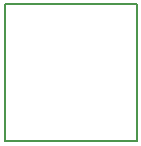
<source format=gm1>
G04*
G04 #@! TF.GenerationSoftware,Altium Limited,Altium Designer,19.1.8 (144)*
G04*
G04 Layer_Color=16711935*
%FSLAX25Y25*%
%MOIN*%
G70*
G01*
G75*
%ADD10C,0.00787*%
D10*
X0Y45669D02*
X44094D01*
Y0D02*
Y45669D01*
X0Y0D02*
X44094D01*
X0D02*
Y45669D01*
M02*

</source>
